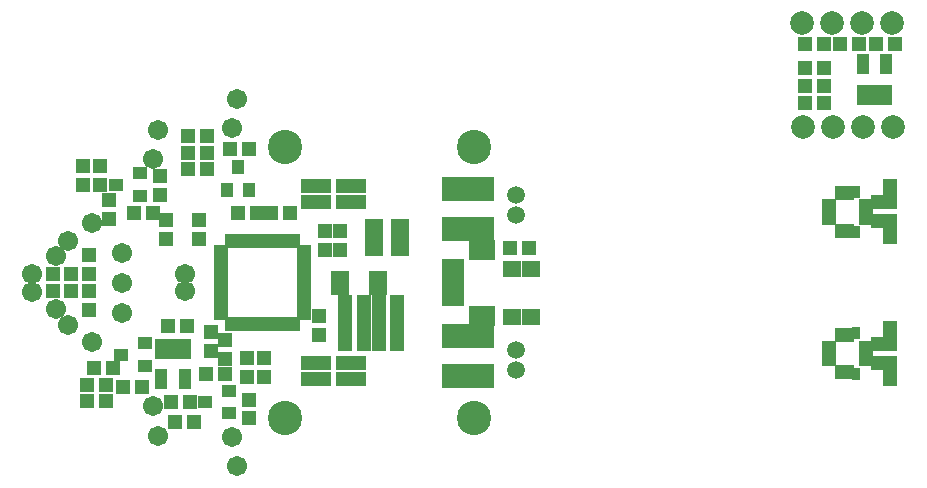
<source format=gts>
G04 #@! TF.GenerationSoftware,KiCad,Pcbnew,(5.0.1)-3*
G04 #@! TF.CreationDate,2018-10-30T21:40:18+09:00*
G04 #@! TF.ProjectId,Zirconia,5A6972636F6E69612E6B696361645F70,rev?*
G04 #@! TF.SameCoordinates,Original*
G04 #@! TF.FileFunction,Soldermask,Top*
G04 #@! TF.FilePolarity,Negative*
%FSLAX46Y46*%
G04 Gerber Fmt 4.6, Leading zero omitted, Abs format (unit mm)*
G04 Created by KiCad (PCBNEW (5.0.1)-3) date 2018/10/30 21:40:18*
%MOMM*%
%LPD*%
G01*
G04 APERTURE LIST*
%ADD10R,1.108000X1.708000*%
%ADD11R,1.308100X1.308100*%
%ADD12C,1.706880*%
%ADD13C,2.009140*%
%ADD14R,1.508760X0.756920*%
%ADD15R,2.508000X1.308100*%
%ADD16R,1.308100X2.508000*%
%ADD17R,1.308000X1.008000*%
%ADD18R,1.008000X1.308000*%
%ADD19R,4.508500X2.108200*%
%ADD20R,1.508760X1.407160*%
%ADD21R,0.758000X1.108000*%
%ADD22R,0.758000X1.308000*%
%ADD23R,1.308000X0.758000*%
%ADD24C,2.908000*%
%ADD25R,1.907540X1.107440*%
%ADD26R,2.308860X1.706880*%
%ADD27C,1.708000*%
%ADD28R,0.808000X1.308000*%
%ADD29R,1.308000X0.808000*%
%ADD30R,1.508760X2.108200*%
%ADD31C,1.508760*%
G04 APERTURE END LIST*
D10*
G04 #@! TO.C,U7*
X174700680Y-31001100D03*
X175700680Y-31001100D03*
X176700680Y-31001100D03*
X176700680Y-28401100D03*
X174700680Y-28401100D03*
G04 #@! TD*
D11*
G04 #@! TO.C,R12*
X113700780Y-55701100D03*
X112100580Y-55701100D03*
G04 #@! TD*
D12*
G04 #@! TO.C,P6*
X117300680Y-47650400D03*
X117300680Y-46151800D03*
G04 #@! TD*
D13*
G04 #@! TO.C,P9*
X169570680Y-24911100D03*
X172110680Y-24911100D03*
X174650680Y-24911100D03*
X177190680Y-24911100D03*
G04 #@! TD*
G04 #@! TO.C,P8*
X169650680Y-33721100D03*
X172190680Y-33721100D03*
X174730680Y-33721100D03*
X177270680Y-33721100D03*
G04 #@! TD*
D14*
G04 #@! TO.C,U3*
X135500500Y-44350780D03*
X135500500Y-43850400D03*
X135500500Y-43350020D03*
X135500500Y-42852180D03*
X135500500Y-42351800D03*
X135500500Y-41851420D03*
X133300860Y-41851420D03*
X133300860Y-42351800D03*
X133300860Y-42852180D03*
X133300860Y-43350020D03*
X133300860Y-43850400D03*
X133300860Y-44350780D03*
G04 #@! TD*
D15*
G04 #@! TO.C,U6*
X128399540Y-55101100D03*
X131401820Y-55102140D03*
X131400680Y-53700060D03*
X128400680Y-53700060D03*
G04 #@! TD*
G04 #@! TO.C,U5*
X131401820Y-38701100D03*
X128399540Y-38700060D03*
X128400680Y-40102140D03*
X131400680Y-40102140D03*
G04 #@! TD*
D16*
G04 #@! TO.C,U10*
X177000680Y-54402240D03*
X177000680Y-51399960D03*
X177000680Y-51401100D03*
X177000680Y-54401100D03*
G04 #@! TD*
G04 #@! TO.C,U2*
X177000680Y-42403380D03*
X177000680Y-39401100D03*
X177000680Y-39402240D03*
X177000680Y-42402240D03*
G04 #@! TD*
D17*
G04 #@! TO.C,Q7*
X113900680Y-53951100D03*
X113900680Y-52051100D03*
X111900680Y-53001100D03*
G04 #@! TD*
G04 #@! TO.C,Q6*
X113500680Y-39551100D03*
X113500680Y-37651100D03*
X111500680Y-38601100D03*
G04 #@! TD*
D18*
G04 #@! TO.C,Q5*
X120850680Y-39101100D03*
X122750680Y-39101100D03*
X121800680Y-37101100D03*
G04 #@! TD*
D17*
G04 #@! TO.C,Q8*
X121000680Y-57951100D03*
X121000680Y-56051100D03*
X119000680Y-57001100D03*
G04 #@! TD*
D19*
G04 #@! TO.C,L2*
X141300680Y-51401840D03*
X141300680Y-54800360D03*
G04 #@! TD*
G04 #@! TO.C,L1*
X141300680Y-42400360D03*
X141300680Y-39001840D03*
G04 #@! TD*
D20*
G04 #@! TO.C,SW1*
X146600780Y-45751320D03*
X145000580Y-45751320D03*
X145000580Y-49850880D03*
X146600780Y-49850880D03*
G04 #@! TD*
D12*
G04 #@! TO.C,Q1*
X121280147Y-33851806D03*
X121721213Y-31350394D03*
G04 #@! TD*
G04 #@! TO.C,Q2*
X104373228Y-46147587D03*
X106428132Y-44654613D03*
G04 #@! TD*
G04 #@! TO.C,Q3*
X106428132Y-49147587D03*
X104373228Y-47654613D03*
G04 #@! TD*
G04 #@! TO.C,Q4*
X121721213Y-62451806D03*
X121280147Y-59950394D03*
G04 #@! TD*
D21*
G04 #@! TO.C,U1*
X174150680Y-39200000D03*
D22*
X173650680Y-39301100D03*
X173150680Y-39301100D03*
X172650680Y-39301100D03*
D23*
X171800680Y-40151100D03*
X171800680Y-40651100D03*
X171800680Y-41151100D03*
X171800680Y-41651100D03*
D22*
X172650680Y-42501100D03*
X173150680Y-42501100D03*
X173650680Y-42501100D03*
D21*
X174150680Y-42600000D03*
D23*
X175000680Y-41651100D03*
X175000680Y-41151100D03*
X175000680Y-40651100D03*
X175000680Y-40151100D03*
G04 #@! TD*
D21*
G04 #@! TO.C,U9*
X174150680Y-51200000D03*
D22*
X173650680Y-51301100D03*
X173150680Y-51301100D03*
X172650680Y-51301100D03*
D23*
X171800680Y-52151100D03*
X171800680Y-52651100D03*
X171800680Y-53151100D03*
X171800680Y-53651100D03*
D22*
X172650680Y-54501100D03*
X173150680Y-54501100D03*
X173650680Y-54501100D03*
D21*
X174150680Y-54600000D03*
D23*
X175000680Y-53651100D03*
X175000680Y-53151100D03*
X175000680Y-52651100D03*
X175000680Y-52151100D03*
G04 #@! TD*
D24*
G04 #@! TO.C,P7*
X125800680Y-35401100D03*
X125800680Y-58401100D03*
X141800680Y-35401100D03*
X141800680Y-58401100D03*
G04 #@! TD*
D12*
G04 #@! TO.C,D4*
X115021213Y-59851806D03*
X114580147Y-57350394D03*
G04 #@! TD*
G04 #@! TO.C,D3*
X109428132Y-51947587D03*
X107373228Y-50454613D03*
G04 #@! TD*
G04 #@! TO.C,D2*
X107373228Y-43347587D03*
X109428132Y-41854613D03*
G04 #@! TD*
G04 #@! TO.C,D1*
X114580147Y-36451806D03*
X115021213Y-33950394D03*
G04 #@! TD*
D25*
G04 #@! TO.C,P5*
X139999620Y-45399960D03*
X139999620Y-46400720D03*
X139999620Y-47401480D03*
X139999620Y-48402240D03*
D26*
X142501520Y-44102020D03*
X142501520Y-49700180D03*
G04 #@! TD*
D27*
G04 #@! TO.C,SW2*
X112000680Y-44361100D03*
X112000680Y-46901100D03*
X112000680Y-49441100D03*
G04 #@! TD*
D28*
G04 #@! TO.C,U4*
X126650680Y-43401100D03*
X126150680Y-43401100D03*
X125650680Y-43401100D03*
X125150680Y-43401100D03*
X124650680Y-43401100D03*
X124150680Y-43401100D03*
X123650680Y-43401100D03*
X123150680Y-43401100D03*
X122650680Y-43401100D03*
X122150680Y-43401100D03*
X121650680Y-43401100D03*
X121150680Y-43401100D03*
D29*
X120400680Y-44151100D03*
X120400680Y-44651100D03*
X120400680Y-45151100D03*
X120400680Y-45651100D03*
X120400680Y-46151100D03*
X120400680Y-46651100D03*
X120400680Y-47151100D03*
X120400680Y-47651100D03*
X120400680Y-48151100D03*
X120400680Y-48651100D03*
X120400680Y-49151100D03*
X120400680Y-49651100D03*
D28*
X121150680Y-50401100D03*
X121650680Y-50401100D03*
X122150680Y-50401100D03*
X122650680Y-50401100D03*
X123150680Y-50401100D03*
X123650680Y-50401100D03*
X124150680Y-50401100D03*
X124650680Y-50401100D03*
X125150680Y-50401100D03*
X125650680Y-50401100D03*
X126150680Y-50401100D03*
X126650680Y-50401100D03*
D29*
X127400680Y-49651100D03*
X127400680Y-49151100D03*
X127400680Y-48651100D03*
X127400680Y-48151100D03*
X127400680Y-47651100D03*
X127400680Y-47151100D03*
X127400680Y-46651100D03*
X127400680Y-46151100D03*
X127400680Y-45651100D03*
X127400680Y-45151100D03*
X127400680Y-44651100D03*
X127400680Y-44151100D03*
G04 #@! TD*
D11*
G04 #@! TO.C,D10*
X172790580Y-26721100D03*
X174390780Y-26721100D03*
G04 #@! TD*
G04 #@! TO.C,D9*
X109200680Y-49201200D03*
X109200680Y-47601000D03*
G04 #@! TD*
G04 #@! TO.C,D8*
X132500780Y-52101100D03*
X130900580Y-52101100D03*
G04 #@! TD*
G04 #@! TO.C,D7*
X132500780Y-50901100D03*
X130900580Y-50901100D03*
G04 #@! TD*
G04 #@! TO.C,D6*
X132500780Y-49701100D03*
X130900580Y-49701100D03*
G04 #@! TD*
G04 #@! TO.C,D5*
X132500780Y-48501100D03*
X130900580Y-48501100D03*
G04 #@! TD*
G04 #@! TO.C,C1*
X176000680Y-41701300D03*
X176000680Y-40101100D03*
G04 #@! TD*
G04 #@! TO.C,C19*
X177390780Y-26721100D03*
X175790580Y-26721100D03*
G04 #@! TD*
G04 #@! TO.C,C18*
X176000680Y-53701100D03*
X176000680Y-52100900D03*
G04 #@! TD*
G04 #@! TO.C,C15*
X117500780Y-50601100D03*
X115900580Y-50601100D03*
G04 #@! TD*
G04 #@! TO.C,C13*
X120700680Y-53401200D03*
X120700680Y-51801000D03*
G04 #@! TD*
G04 #@! TO.C,R13*
X117700780Y-57001100D03*
X116100580Y-57001100D03*
G04 #@! TD*
G04 #@! TO.C,C11*
X128700680Y-49701000D03*
X128700680Y-51301200D03*
G04 #@! TD*
G04 #@! TO.C,C10*
X110600780Y-56901100D03*
X109000580Y-56901100D03*
G04 #@! TD*
G04 #@! TO.C,C9*
X110600780Y-55601100D03*
X109000580Y-55601100D03*
G04 #@! TD*
G04 #@! TO.C,C8*
X130400680Y-42501000D03*
X130400680Y-44101200D03*
G04 #@! TD*
G04 #@! TO.C,C7*
X108700680Y-37001000D03*
X108700680Y-38601200D03*
G04 #@! TD*
G04 #@! TO.C,C6*
X129200680Y-42501000D03*
X129200680Y-44101200D03*
G04 #@! TD*
G04 #@! TO.C,C5*
X124600580Y-41001100D03*
X126200780Y-41001100D03*
G04 #@! TD*
G04 #@! TO.C,C4*
X123400780Y-41001100D03*
X121800580Y-41001100D03*
G04 #@! TD*
G04 #@! TO.C,C2*
X110100680Y-37001000D03*
X110100680Y-38601200D03*
G04 #@! TD*
G04 #@! TO.C,C14*
X120700780Y-54601100D03*
X119100580Y-54601100D03*
G04 #@! TD*
G04 #@! TO.C,R28*
X169790580Y-28721100D03*
X171390780Y-28721100D03*
G04 #@! TD*
G04 #@! TO.C,C12*
X119500680Y-52701200D03*
X119500680Y-51101000D03*
G04 #@! TD*
G04 #@! TO.C,R11*
X110900680Y-39901000D03*
X110900680Y-41501200D03*
G04 #@! TD*
G04 #@! TO.C,R10*
X113000580Y-41001100D03*
X114600780Y-41001100D03*
G04 #@! TD*
G04 #@! TO.C,R9*
X115200680Y-39501200D03*
X115200680Y-37901000D03*
G04 #@! TD*
G04 #@! TO.C,R8*
X119200780Y-34501100D03*
X117600580Y-34501100D03*
G04 #@! TD*
G04 #@! TO.C,R7*
X117600580Y-37301100D03*
X119200780Y-37301100D03*
G04 #@! TD*
G04 #@! TO.C,R6*
X119200780Y-35901100D03*
X117600580Y-35901100D03*
G04 #@! TD*
G04 #@! TO.C,R5*
X144800580Y-44001100D03*
X146400780Y-44001100D03*
G04 #@! TD*
G04 #@! TO.C,R4*
X122700680Y-56801000D03*
X122700680Y-58401200D03*
G04 #@! TD*
G04 #@! TO.C,R3*
X107700780Y-47601100D03*
X106100580Y-47601100D03*
G04 #@! TD*
G04 #@! TO.C,R2*
X107700780Y-46201100D03*
X106100580Y-46201100D03*
G04 #@! TD*
G04 #@! TO.C,R1*
X122700780Y-35601100D03*
X121100580Y-35601100D03*
G04 #@! TD*
G04 #@! TO.C,R14*
X111200780Y-54101100D03*
X109600580Y-54101100D03*
G04 #@! TD*
G04 #@! TO.C,R25*
X169790580Y-31721100D03*
X171390780Y-31721100D03*
G04 #@! TD*
G04 #@! TO.C,R26*
X171390780Y-26721100D03*
X169790580Y-26721100D03*
G04 #@! TD*
G04 #@! TO.C,R24*
X109200680Y-44601000D03*
X109200680Y-46201200D03*
G04 #@! TD*
G04 #@! TO.C,R23*
X133700580Y-52101100D03*
X135300780Y-52101100D03*
G04 #@! TD*
G04 #@! TO.C,R22*
X133700580Y-50901100D03*
X135300780Y-50901100D03*
G04 #@! TD*
G04 #@! TO.C,R21*
X133700580Y-49701100D03*
X135300780Y-49701100D03*
G04 #@! TD*
G04 #@! TO.C,R20*
X133700580Y-48501100D03*
X135300780Y-48501100D03*
G04 #@! TD*
G04 #@! TO.C,R19*
X118500680Y-41601000D03*
X118500680Y-43201200D03*
G04 #@! TD*
G04 #@! TO.C,R18*
X115700680Y-41601000D03*
X115700680Y-43201200D03*
G04 #@! TD*
G04 #@! TO.C,R17*
X118100780Y-58701100D03*
X116500580Y-58701100D03*
G04 #@! TD*
G04 #@! TO.C,R15*
X122600680Y-54901200D03*
X122600680Y-53301000D03*
G04 #@! TD*
G04 #@! TO.C,R16*
X124000680Y-53301000D03*
X124000680Y-54901200D03*
G04 #@! TD*
G04 #@! TO.C,R27*
X171390780Y-30221100D03*
X169790580Y-30221100D03*
G04 #@! TD*
D30*
G04 #@! TO.C,C3*
X130460480Y-46931100D03*
X133660880Y-46931100D03*
G04 #@! TD*
D31*
G04 #@! TO.C,P4*
X145300680Y-54301100D03*
G04 #@! TD*
G04 #@! TO.C,P3*
X145300680Y-52601100D03*
G04 #@! TD*
G04 #@! TO.C,P2*
X145300680Y-39501100D03*
G04 #@! TD*
G04 #@! TO.C,P1*
X145300680Y-41201100D03*
G04 #@! TD*
D10*
G04 #@! TO.C,U11*
X117300680Y-55101100D03*
X115300680Y-55101100D03*
X115300680Y-52501100D03*
X116300680Y-52501100D03*
X117300680Y-52501100D03*
G04 #@! TD*
M02*

</source>
